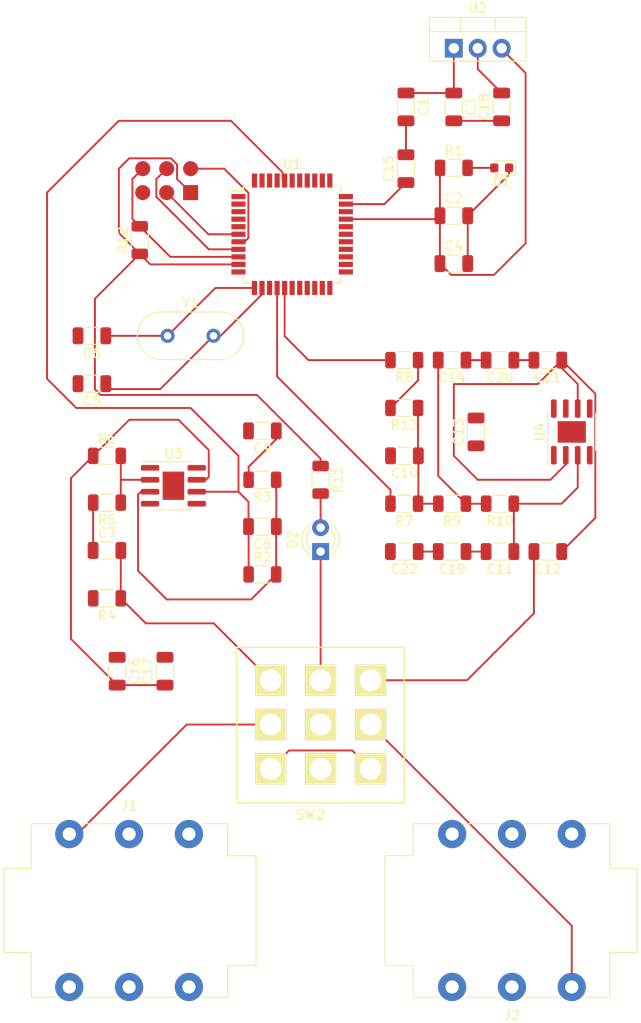
<source format=kicad_pcb>
(kicad_pcb (version 20221018) (generator pcbnew)
  (layers (0 "F.Cu" signal) (31 "B.Cu" signal) (34 "B.Paste" user) (35 "F.Paste" user) (36 "B.SilkS" user "B.Silkscreen") (37 "F.SilkS" user "F.Silkscreen") (38 "B.Mask" user) (39 "F.Mask" user) (44 "Edge.Cuts" user))
  (net 0 "")
  (net 1 "GND")
  (net 2 "Net-(D1-A)")
  (net 5 "Net-(SW2-A2)")
  (net 9 "Net-(SW2-C2)")
  (net 11 "Net-(J3-MISO)")
  (net 12 "+5V")
  (net 13 "Net-(J3-SCK)")
  (net 14 "Net-(J3-MOSI)")
  (net 15 "Net-(J3-~{RST})")
  (net 21 "Net-(U1-XTAL2)")
  (net 22 "Net-(U1-XTAL1)")
  (net 43 "Net-(SW1-B)")
  (net 44 "Net-(C7-Pad1)")
  (net 45 "Net-(SW2-A3)")
  (net 46 "FX In")
  (net 47 "Net-(U3-+)")
  (net 48 "PA0")
  (net 49 "Net-(C9-Pad1)")
  (net 50 "Net-(C10-Pad1)")
  (net 51 "Net-(U4-+)")
  (net 52 "Net-(U4--)")
  (net 53 "FX Out")
  (net 54 "Net-(C14-Pad2)")
  (net 55 "Net-(U1-AREF)")
  (net 56 "Net-(D2-K)")
  (net 57 "Net-(D2-A)")
  (net 58 "Net-(U3--)")
  (net 59 "PD1")
  (net 60 "PD2")
  (net 61 "PA1")
  (net 66 "Net-(C18-Pad1)")
  (net 67 "Net-(C11-Pad2)")
  (net 68 "Net-(C14-Pad1)")
  (net 69 "Net-(C19-Pad2)")
  (net 70 "Net-(C20-Pad1)")
  (net 71 "Net-(R13-Pad2)")
  (footprint "Resistor_SMD:R_1206_3216Metric" (layer "F.Cu") (at 29.2225 73.545 180)
    (fp_text reference "R5" (at 0 -1.82) (layer "F.SilkS"))
    (fp_text value "18K")
    (pad "1" smd roundrect (at -1.4625 0 180) (size 1.125 1.75) (layers "F.Cu" "F.Paste" "F.Mask") (roundrect_rratio 0.222222) (net 58 "Net-(U3--)"))
    (pad "2" smd roundrect (at 1.4625 0 180) (size 1.125 1.75) (layers "F.Cu" "F.Paste" "F.Mask") (roundrect_rratio 0.222222) (net 44 "Net-(C7-Pad1)"))
  )
  (footprint "Capacitor_SMD:C_1206_3216Metric" (layer "F.Cu") (at 27.62 60.92 180)
    (fp_text reference "C5" (at 0 -1.85) (layer "F.SilkS"))
    (fp_text value "22p")
    (pad "1" smd roundrect (at -1.475 0 180) (size 1.15 1.8) (layers "F.Cu" "F.Paste" "F.Mask") (roundrect_rratio 0.217391) (net 22 "Net-(U1-XTAL1)"))
    (pad "2" smd roundrect (at 1.475 0 180) (size 1.15 1.8) (layers "F.Cu" "F.Paste" "F.Mask") (roundrect_rratio 0.217391) (net 1 "GND"))
  )
  (footprint "Capacitor_SMD:C_1206_3216Metric" (layer "F.Cu") (at 29.2225 78.625)
    (fp_text reference "C7" (at 0 -1.85) (layer "F.SilkS"))
    (fp_text value "100n")
    (pad "1" smd roundrect (at -1.475 0) (size 1.15 1.8) (layers "F.Cu" "F.Paste" "F.Mask") (roundrect_rratio 0.217391) (net 44 "Net-(C7-Pad1)"))
    (pad "2" smd roundrect (at 1.475 0) (size 1.15 1.8) (layers "F.Cu" "F.Paste" "F.Mask") (roundrect_rratio 0.217391) (net 46 "FX In"))
  )
  (footprint "Capacitor_SMD:C_1206_3216Metric" (layer "F.Cu") (at 66.04 31.545 -90)
    (fp_text reference "C3" (at 0 -1.85 -270) (layer "F.SilkS"))
    (fp_text value "220n")
    (pad "1" smd roundrect (at -1.475 0 270) (size 1.15 1.8) (layers "F.Cu" "F.Paste" "F.Mask") (roundrect_rratio 0.217391) (net 43 "Net-(SW1-B)"))
    (pad "2" smd roundrect (at 1.475 0 270) (size 1.15 1.8) (layers "F.Cu" "F.Paste" "F.Mask") (roundrect_rratio 0.217391) (net 66 "Net-(C18-Pad1)"))
  )
  (footprint "Resistor_SMD:R_1206_3216Metric" (layer "F.Cu") (at 51.9 71.12 -90)
    (fp_text reference "R11" (at 0 -1.82 90) (layer "F.SilkS"))
    (fp_text value "120")
    (pad "1" smd roundrect (at -1.4625 0 270) (size 1.125 1.75) (layers "F.Cu" "F.Paste" "F.Mask") (roundrect_rratio 0.222222) (net 12 "+5V"))
    (pad "2" smd roundrect (at 1.4625 0 270) (size 1.125 1.75) (layers "F.Cu" "F.Paste" "F.Mask") (roundrect_rratio 0.222222) (net 57 "Net-(D2-A)"))
  )
  (footprint "Resistor_SMD:R_1206_3216Metric" (layer "F.Cu") (at 45.72 71.12 180)
    (fp_text reference "R3" (at 0 -1.82) (layer "F.SilkS"))
    (fp_text value "4.7K")
    (pad "1" smd roundrect (at -1.4625 0 180) (size 1.125 1.75) (layers "F.Cu" "F.Paste" "F.Mask") (roundrect_rratio 0.222222) (net 47 "Net-(U3-+)"))
    (pad "2" smd roundrect (at 1.4625 0 180) (size 1.125 1.75) (layers "F.Cu" "F.Paste" "F.Mask") (roundrect_rratio 0.222222) (net 49 "Net-(C9-Pad1)"))
  )
  (footprint "Package_TO_SOT_THT:TO-220-3_Vertical" (layer "F.Cu") (at 66.04 25.315)
    (fp_text reference "U2" (at 2.54 -4.27) (layer "F.SilkS"))
    (fp_text value "L7805")
    (pad "1" thru_hole rect (at 0 0) (size 1.905 2) (drill 1.1) (layers "*.Cu" "*.Mask") (net 43 "Net-(SW1-B)"))
    (pad "2" thru_hole oval (at 2.54 0) (size 1.905 2) (drill 1.1) (layers "*.Cu" "*.Mask") (net 1 "GND"))
    (pad "3" thru_hole oval (at 5.08 0) (size 1.905 2) (drill 1.1) (layers "*.Cu" "*.Mask") (net 12 "+5V"))
  )
  (footprint "LED_THT:LED_D3.0mm" (layer "F.Cu") (at 51.9 78.74 90)
    (fp_text reference "D2" (at 1.27 -2.96 90) (layer "F.SilkS"))
    (fp_text value "GREEN LED")
    (pad "1" thru_hole rect (at 0 0 90) (size 1.8 1.8) (drill 0.9) (layers "*.Cu" "*.Mask") (net 56 "Net-(D2-K)"))
    (pad "2" thru_hole circle (at 2.54 0 90) (size 1.8 1.8) (drill 0.9) (layers "*.Cu" "*.Mask") (net 57 "Net-(D2-A)"))
  )
  (footprint "Resistor_SMD:R_1206_3216Metric" (layer "F.Cu") (at 60.78 58.42 180)
    (fp_text reference "R8" (at 0 -1.82) (layer "F.SilkS"))
    (fp_text value "1M")
    (pad "1" smd roundrect (at -1.4625 0 180) (size 1.125 1.75) (layers "F.Cu" "F.Paste" "F.Mask") (roundrect_rratio 0.222222) (net 71 "Net-(R13-Pad2)"))
    (pad "2" smd roundrect (at 1.4625 0 180) (size 1.125 1.75) (layers "F.Cu" "F.Paste" "F.Mask") (roundrect_rratio 0.222222) (net 60 "PD2"))
  )
  (footprint "Connector_Audio:Jack_6.35mm_Neutrik_NMJ6HCD2_Horizontal" (layer "F.Cu") (at 78.56 124.955 180)
    (fp_text reference "J2" (at 6.35 -3) (layer "F.SilkS"))
    (fp_text value "NMJ6HCD2")
    (pad "R" thru_hole circle (at 6.35 0 180) (size 3 3) (drill 1.4) (layers "*.Cu" "*.Mask") (net 1 "GND"))
    (pad "RN" thru_hole circle (at 6.35 16.23 180) (size 3 3) (drill 1.4) (layers "*.Cu" "*.Mask"))
    (pad "S" thru_hole circle (at 12.7 0 180) (size 3 3) (drill 1.4) (layers "*.Cu" "*.Mask") (net 1 "GND"))
    (pad "SN" thru_hole circle (at 12.7 16.23 180) (size 3 3) (drill 1.4) (layers "*.Cu" "*.Mask"))
    (pad "T" thru_hole circle (at 0 0 180) (size 3 3) (drill 1.4) (layers "*.Cu" "*.Mask") (net 9 "Net-(SW2-C2)"))
    (pad "TN" thru_hole circle (at 0 16.23 180) (size 3 3) (drill 1.4) (layers "*.Cu" "*.Mask"))
  )
  (footprint "Capacitor_SMD:C_1206_3216Metric" (layer "F.Cu") (at 60.8 68.58 180)
    (fp_text reference "C10" (at 0 -1.85) (layer "F.SilkS"))
    (fp_text value "6.8n")
    (pad "1" smd roundrect (at -1.475 0 180) (size 1.15 1.8) (layers "F.Cu" "F.Paste" "F.Mask") (roundrect_rratio 0.217391) (net 50 "Net-(C10-Pad1)"))
    (pad "2" smd roundrect (at 1.475 0 180) (size 1.15 1.8) (layers "F.Cu" "F.Paste" "F.Mask") (roundrect_rratio 0.217391) (net 1 "GND"))
  )
  (footprint "Capacitor_SMD:C_1206_3216Metric" (layer "F.Cu") (at 60.96 31.545 -90)
    (fp_text reference "C1" (at 0 -1.85 -270) (layer "F.SilkS"))
    (fp_text value "10u")
    (pad "1" smd roundrect (at -1.475 0 270) (size 1.15 1.8) (layers "F.Cu" "F.Paste" "F.Mask") (roundrect_rratio 0.217391) (net 43 "Net-(SW1-B)"))
    (pad "2" smd roundrect (at 1.475 0 270) (size 1.15 1.8) (layers "F.Cu" "F.Paste" "F.Mask") (roundrect_rratio 0.217391) (net 1 "GND"))
  )
  (footprint "Capacitor_SMD:C_1206_3216Metric" (layer "F.Cu") (at 30.3 91.44 -90)
    (fp_text reference "C16" (at 0 -1.85 90) (layer "F.SilkS"))
    (fp_text value "100n")
    (pad "1" smd roundrect (at -1.475 0 270) (size 1.15 1.8) (layers "F.Cu" "F.Paste" "F.Mask") (roundrect_rratio 0.217391) (net 1 "GND"))
    (pad "2" smd roundrect (at 1.475 0 270) (size 1.15 1.8) (layers "F.Cu" "F.Paste" "F.Mask") (roundrect_rratio 0.217391) (net 12 "+5V"))
  )
  (footprint "Resistor_SMD:R_1206_3216Metric" (layer "F.Cu") (at 60.78 73.66 180)
    (fp_text reference "R7" (at 0 -1.82) (layer "F.SilkS"))
    (fp_text value "4.7k")
    (pad "1" smd roundrect (at -1.4625 0 180) (size 1.125 1.75) (layers "F.Cu" "F.Paste" "F.Mask") (roundrect_rratio 0.222222) (net 50 "Net-(C10-Pad1)"))
    (pad "2" smd roundrect (at 1.4625 0 180) (size 1.125 1.75) (layers "F.Cu" "F.Paste" "F.Mask") (roundrect_rratio 0.222222) (net 59 "PD1"))
  )
  (footprint "Resistor_SMD:R_1206_3216Metric" (layer "F.Cu") (at 45.72 81.165)
    (fp_text reference "R2" (at 0 -1.82) (layer "F.SilkS"))
    (fp_text value "100K")
    (pad "1" smd roundrect (at -1.4625 0) (size 1.125 1.75) (layers "F.Cu" "F.Paste" "F.Mask") (roundrect_rratio 0.222222) (net 48 "PA0"))
    (pad "2" smd roundrect (at 1.4625 0) (size 1.125 1.75) (layers "F.Cu" "F.Paste" "F.Mask") (roundrect_rratio 0.222222) (net 47 "Net-(U3-+)"))
  )
  (footprint "Crystal:Crystal_HC49-U_Vertical" (layer "F.Cu") (at 35.65 55.84)
    (fp_text reference "Y1" (at 2.44 -3.525) (layer "F.SilkS"))
    (fp_text value "Crystal 16MHz")
    (pad "1" thru_hole circle (at 0 0) (size 1.5 1.5) (drill 0.8) (layers "*.Cu" "*.Mask") (net 21 "Net-(U1-XTAL2)"))
    (pad "2" thru_hole circle (at 4.88 0) (size 1.5 1.5) (drill 0.8) (layers "*.Cu" "*.Mask") (net 22 "Net-(U1-XTAL1)"))
  )
  (footprint "LED_SMD:LED_0603_1608Metric" (layer "F.Cu") (at 71.12 38.015 180)
    (fp_text reference "D1" (at 0 -1.43) (layer "F.SilkS"))
    (fp_text value "RED")
    (pad "1" smd roundrect (at -0.7875 0 180) (size 0.875 0.95) (layers "F.Cu" "F.Paste" "F.Mask") (net 1 "GND"))
    (pad "2" smd roundrect (at 0.7875 0 180) (size 0.875 0.95) (layers "F.Cu" "F.Paste" "F.Mask") (net 2 "Net-(D1-A)"))
  )
  (footprint "Capacitor_SMD:C_1206_3216Metric" (layer "F.Cu") (at 65.86 58.42 180)
    (fp_text reference "C14" (at 0 -1.85) (layer "F.SilkS"))
    (fp_text value "2.2n")
    (pad "1" smd roundrect (at -1.475 0 180) (size 1.15 1.8) (layers "F.Cu" "F.Paste" "F.Mask") (roundrect_rratio 0.217391) (net 68 "Net-(C14-Pad1)"))
    (pad "2" smd roundrect (at 1.475 0 180) (size 1.15 1.8) (layers "F.Cu" "F.Paste" "F.Mask") (roundrect_rratio 0.217391) (net 54 "Net-(C14-Pad2)"))
  )
  (footprint "User:AVR-ISP-6" (layer "F.Cu") (at 38.1 38.1 -90)
    (fp_text reference "J3" hide)
    (fp_text value "AVR-ISP-6" hide)
    (pad "1" smd oval (at 0 0 270) (size 1.6 1.6) (layers "F.Cu" "F.Paste" "F.Mask") (net 11 "Net-(J3-MISO)"))
    (pad "2" smd rect (at 2.54 0 270) (size 1.6 1.6) (layers "F.Cu" "F.Paste" "F.Mask") (net 12 "+5V"))
    (pad "3" smd oval (at 0 2.54 270) (size 1.6 1.6) (layers "F.Cu" "F.Paste" "F.Mask") (net 13 "Net-(J3-SCK)"))
    (pad "4" smd oval (at 2.54 2.54 270) (size 1.6 1.6) (layers "F.Cu" "F.Paste" "F.Mask") (net 14 "Net-(J3-MOSI)"))
    (pad "5" smd oval (at 0 5.08 270) (size 1.6 1.6) (layers "F.Cu" "F.Paste" "F.Mask") (net 15 "Net-(J3-~{RST})"))
    (pad "6" smd oval (at 2.54 5.08 270) (size 1.6 1.6) (layers "F.Cu" "F.Paste" "F.Mask") (net 1 "GND"))
  )
  (footprint "Resistor_SMD:R_1206_3216Metric" (layer "F.Cu") (at 29.2225 83.705 180)
    (fp_text reference "R4" (at 0 -1.82) (layer "F.SilkS"))
    (fp_text value "1M")
    (pad "1" smd roundrect (at -1.4625 0 180) (size 1.125 1.75) (layers "F.Cu" "F.Paste" "F.Mask") (roundrect_rratio 0.222222) (net 46 "FX In"))
    (pad "2" smd roundrect (at 1.4625 0 180) (size 1.125 1.75) (layers "F.Cu" "F.Paste" "F.Mask") (roundrect_rratio 0.222222) (net 1 "GND"))
  )
  (footprint "Resistor_SMD:R_1206_3216Metric" (layer "F.Cu") (at 32.7 45.68 90)
    (fp_text reference "R12" (at 0 -1.82 90) (layer "F.SilkS"))
    (fp_text value "10K")
    (pad "1" smd roundrect (at -1.4625 0 90) (size 1.125 1.75) (layers "F.Cu" "F.Paste" "F.Mask") (roundrect_rratio 0.222222) (net 12 "+5V"))
    (pad "2" smd roundrect (at 1.4625 0 90) (size 1.125 1.75) (layers "F.Cu" "F.Paste" "F.Mask") (roundrect_rratio 0.222222) (net 15 "Net-(J3-~{RST})"))
  )
  (footprint "Capacitor_SMD:C_1206_3216Metric" (layer "F.Cu") (at 70.94 78.74 180)
    (fp_text reference "C11" (at 0 -1.85) (layer "F.SilkS"))
    (fp_text value "2.2n")
    (pad "1" smd roundrect (at -1.475 0 180) (size 1.15 1.8) (layers "F.Cu" "F.Paste" "F.Mask") (roundrect_rratio 0.217391) (net 51 "Net-(U4-+)"))
    (pad "2" smd roundrect (at 1.475 0 180) (size 1.15 1.8) (layers "F.Cu" "F.Paste" "F.Mask") (roundrect_rratio 0.217391) (net 67 "Net-(C11-Pad2)"))
  )
  (footprint "Capacitor_SMD:C_1206_3216Metric" (layer "F.Cu") (at 60.96 38.1 90)
    (fp_text reference "C15" (at 0 -1.85 90) (layer "F.SilkS"))
    (fp_text value "100n")
    (pad "1" smd roundrect (at -1.475 0 90) (size 1.15 1.8) (layers "F.Cu" "F.Paste" "F.Mask") (roundrect_rratio 0.217391) (net 55 "Net-(U1-AREF)"))
    (pad "2" smd roundrect (at 1.475 0 90) (size 1.15 1.8) (layers "F.Cu" "F.Paste" "F.Mask") (roundrect_rratio 0.217391) (net 1 "GND"))
  )
  (footprint "Capacitor_SMD:C_1206_3216Metric" (layer "F.Cu") (at 35.38 91.44 90)
    (fp_text reference "C17" (at 0 -1.85 90) (layer "F.SilkS"))
    (fp_text value "100n")
    (pad "1" smd roundrect (at -1.475 0 90) (size 1.15 1.8) (layers "F.Cu" "F.Paste" "F.Mask") (roundrect_rratio 0.217391) (net 12 "+5V"))
    (pad "2" smd roundrect (at 1.475 0 90) (size 1.15 1.8) (layers "F.Cu" "F.Paste" "F.Mask") (roundrect_rratio 0.217391) (net 1 "GND"))
  )
  (footprint "Capacitor_SMD:C_1206_3216Metric" (layer "F.Cu") (at 68.4 66.04 90)
    (fp_text reference "C13" (at 0 -1.85 90) (layer "F.SilkS"))
    (fp_text value "100n")
    (pad "1" smd roundrect (at -1.475 0 90) (size 1.15 1.8) (layers "F.Cu" "F.Paste" "F.Mask") (roundrect_rratio 0.217391) (net 12 "+5V"))
    (pad "2" smd roundrect (at 1.475 0 90) (size 1.15 1.8) (layers "F.Cu" "F.Paste" "F.Mask") (roundrect_rratio 0.217391) (net 1 "GND"))
  )
  (footprint "Package_SO:SOIC-8-1EP_3.9x4.9mm_P1.27mm_EP2.29x3mm" (layer "F.Cu") (at 36.2725 71.755)
    (fp_text reference "U3" (at 0 -3.4) (layer "F.SilkS"))
    (fp_text value "TL061")
    (pad "1" smd roundrect (at -2.475 -1.905) (size 1.95 0.6) (layers "F.Cu" "F.Paste" "F.Mask"))
    (pad "2" smd roundrect (at -2.475 -0.635) (size 1.95 0.6) (layers "F.Cu" "F.Paste" "F.Mask") (net 58 "Net-(U3--)"))
    (pad "3" smd roundrect (at -2.475 0.635) (size 1.95 0.6) (layers "F.Cu" "F.Paste" "F.Mask") (net 47 "Net-(U3-+)"))
    (pad "4" smd roundrect (at -2.475 1.905) (size 1.95 0.6) (layers "F.Cu" "F.Paste" "F.Mask") (net 1 "GND"))
    (pad "5" smd roundrect (at 2.475 1.905) (size 1.95 0.6) (layers "F.Cu" "F.Paste" "F.Mask"))
    (pad "6" smd roundrect (at 2.475 0.635) (size 1.95 0.6) (layers "F.Cu" "F.Paste" "F.Mask") (net 48 "PA0"))
    (pad "7" smd roundrect (at 2.475 -0.635) (size 1.95 0.6) (layers "F.Cu" "F.Paste" "F.Mask") (net 12 "+5V"))
    (pad "8" smd roundrect (at 2.475 -1.905) (size 1.95 0.6) (layers "F.Cu" "F.Paste" "F.Mask"))
    (pad "9" smd rect (at 0 0) (size 2.29 3) (layers "F.Cu" "F.Mask"))
  )
  (footprint "Capacitor_SMD:C_1206_3216Metric" (layer "F.Cu") (at 76.02 78.74 180)
    (fp_text reference "C12" (at 0 -1.85) (layer "F.SilkS"))
    (fp_text value "10n")
    (pad "1" smd roundrect (at -1.475 0 180) (size 1.15 1.8) (layers "F.Cu" "F.Paste" "F.Mask") (roundrect_rratio 0.217391) (net 52 "Net-(U4--)"))
    (pad "2" smd roundrect (at 1.475 0 180) (size 1.15 1.8) (layers "F.Cu" "F.Paste" "F.Mask") (roundrect_rratio 0.217391) (net 53 "FX Out"))
  )
  (footprint "Capacitor_SMD:C_1206_3216Metric" (layer "F.Cu") (at 45.72 76.085 180)
    (fp_text reference "C8" (at 0 -1.85) (layer "F.SilkS"))
    (fp_text value "330p")
    (pad "1" smd roundrect (at -1.475 0 180) (size 1.15 1.8) (layers "F.Cu" "F.Paste" "F.Mask") (roundrect_rratio 0.217391) (net 47 "Net-(U3-+)"))
    (pad "2" smd roundrect (at 1.475 0 180) (size 1.15 1.8) (layers "F.Cu" "F.Paste" "F.Mask") (roundrect_rratio 0.217391) (net 48 "PA0"))
  )
  (footprint "Capacitor_SMD:C_1206_3216Metric" (layer "F.Cu") (at 66.04 43.095)
    (fp_text reference "C2" (at 0 -1.85) (layer "F.SilkS"))
    (fp_text value "10u")
    (pad "1" smd roundrect (at -1.475 0) (size 1.15 1.8) (layers "F.Cu" "F.Paste" "F.Mask") (roundrect_rratio 0.217391) (net 12 "+5V"))
    (pad "2" smd roundrect (at 1.475 0) (size 1.15 1.8) (layers "F.Cu" "F.Paste" "F.Mask") (roundrect_rratio 0.217391) (net 1 "GND"))
  )
  (footprint "Package_SO:SOIC-8-1EP_3.9x4.9mm_P1.27mm_EP2.29x3mm" (layer "F.Cu") (at 78.56 66.04 90)
    (fp_text reference "U4" (at 0 -3.4 90) (layer "F.SilkS"))
    (fp_text value "TL061")
    (pad "1" smd roundrect (at -2.475 -1.905 90) (size 1.95 0.6) (layers "F.Cu" "F.Paste" "F.Mask"))
    (pad "2" smd roundrect (at -2.475 -0.635 90) (size 1.95 0.6) (layers "F.Cu" "F.Paste" "F.Mask") (net 52 "Net-(U4--)"))
    (pad "3" smd roundrect (at -2.475 0.635 90) (size 1.95 0.6) (layers "F.Cu" "F.Paste" "F.Mask") (net 51 "Net-(U4-+)"))
    (pad "4" smd roundrect (at -2.475 1.905 90) (size 1.95 0.6) (layers "F.Cu" "F.Paste" "F.Mask") (net 1 "GND"))
    (pad "5" smd roundrect (at 2.475 1.905 90) (size 1.95 0.6) (layers "F.Cu" "F.Paste" "F.Mask"))
    (pad "6" smd roundrect (at 2.475 0.635 90) (size 1.95 0.6) (layers "F.Cu" "F.Paste" "F.Mask") (net 52 "Net-(U4--)"))
    (pad "7" smd roundrect (at 2.475 -0.635 90) (size 1.95 0.6) (layers "F.Cu" "F.Paste" "F.Mask") (net 12 "+5V"))
    (pad "8" smd roundrect (at 2.475 -1.905 90) (size 1.95 0.6) (layers "F.Cu" "F.Paste" "F.Mask"))
    (pad "9" smd rect (at 0 0 90) (size 2.29 3) (layers "F.Cu" "F.Mask"))
  )
  (footprint "Capacitor_SMD:C_1206_3216Metric" (layer "F.Cu") (at 60.78 78.74 180)
    (fp_text reference "C22" (at 0 -1.85) (layer "F.SilkS"))
    (fp_text value "2.2n")
    (pad "1" smd roundrect (at -1.475 0 180) (size 1.15 1.8) (layers "F.Cu" "F.Paste" "F.Mask") (roundrect_rratio 0.217391) (net 69 "Net-(C19-Pad2)"))
    (pad "2" smd roundrect (at 1.475 0 180) (size 1.15 1.8) (layers "F.Cu" "F.Paste" "F.Mask") (roundrect_rratio 0.217391) (net 1 "GND"))
  )
  (footprint "Capacitor_SMD:C_1206_3216Metric" (layer "F.Cu") (at 45.72 65.925 180)
    (fp_text reference "C9" (at 0 -1.85) (layer "F.SilkS"))
    (fp_text value "1u")
    (pad "1" smd roundrect (at -1.475 0 180) (size 1.15 1.8) (layers "F.Cu" "F.Paste" "F.Mask") (roundrect_rratio 0.217391) (net 49 "Net-(C9-Pad1)"))
    (pad "2" smd roundrect (at 1.475 0 180) (size 1.15 1.8) (layers "F.Cu" "F.Paste" "F.Mask") (roundrect_rratio 0.217391) (net 1 "GND"))
  )
  (footprint "Resistor_SMD:R_1206_3216Metric" (layer "F.Cu") (at 29.2225 68.58)
    (fp_text reference "R6" (at 0 -1.82) (layer "F.SilkS"))
    (fp_text value "1M")
    (pad "1" smd roundrect (at -1.4625 0) (size 1.125 1.75) (layers "F.Cu" "F.Paste" "F.Mask") (roundrect_rratio 0.222222) (net 12 "+5V"))
    (pad "2" smd roundrect (at 1.4625 0) (size 1.125 1.75) (layers "F.Cu" "F.Paste" "F.Mask") (roundrect_rratio 0.222222) (net 58 "Net-(U3--)"))
  )
  (footprint "User:3PDT" (layer "F.Cu") (at 43 88.9)
    (fp_text reference "SW2" (at 7.8 17.78) (layer "F.SilkS") (effects (font (size 1.016 1.016) (thickness 0.2032))))
    (fp_text value "SWITCH_3PDT" hide)
    (pad "1" thru_hole rect (at 3.6 3.5) (size 3.302 3.302) (drill 2.299999) (layers "*.Cu" "*.Mask" "F.SilkS") (net 46 "FX In"))
    (pad "2" thru_hole rect (at 8.9 3.5) (size 3.302 3.302) (drill 2.299999) (layers "*.Cu" "*.Mask" "F.SilkS") (net 56 "Net-(D2-K)"))
    (pad "3" thru_hole rect (at 14.2 3.5) (size 3.302 3.302) (drill 2.299999) (layers "*.Cu" "*.Mask" "F.SilkS") (net 53 "FX Out"))
    (pad "4" thru_hole rect (at 3.6 8.2) (size 3.302 3.302) (drill 2.299999) (layers "*.Cu" "*.Mask" "F.SilkS") (net 5 "Net-(SW2-A2)"))
    (pad "5" thru_hole rect (at 8.9 8.2) (size 3.302 3.302) (drill 2.299999) (layers "*.Cu" "*.Mask" "F.SilkS") (net 1 "GND"))
    (pad "6" thru_hole rect (at 14.2 8.2) (size 3.302 3.302) (drill 2.299999) (layers "*.Cu" "*.Mask" "F.SilkS") (net 9 "Net-(SW2-C2)"))
    (pad "7" thru_hole rect (at 3.6 12.9) (size 3.302 3.302) (drill 2.299999) (layers "*.Cu" "*.Mask" "F.SilkS") (net 45 "Net-(SW2-A3)"))
    (pad "8" thru_hole rect (at 8.9 12.9) (size 3.302 3.302) (drill 2.299999) (layers "*.Cu" "*.Mask" "F.SilkS"))
    (pad "9" thru_hole rect (at 14.2 12.9) (size 3.302 3.302) (drill 2.299999) (layers "*.Cu" "*.Mask" "F.SilkS") (net 45 "Net-(SW2-A3)"))
  )
  (footprint "Capacitor_SMD:C_1206_3216Metric" (layer "F.Cu") (at 27.62 55.84 180)
    (fp_text reference "C6" (at 0 -1.85) (layer "F.SilkS"))
    (fp_text value "22p")
    (pad "1" smd roundrect (at -1.475 0 180) (size 1.15 1.8) (layers "F.Cu" "F.Paste" "F.Mask") (roundrect_rratio 0.217391) (net 21 "Net-(U1-XTAL2)"))
    (pad "2" smd roundrect (at 1.475 0 180) (size 1.15 1.8) (layers "F.Cu" "F.Paste" "F.Mask") (roundrect_rratio 0.217391) (net 1 "GND"))
  )
  (footprint "Resistor_SMD:R_1206_3216Metric" (layer "F.Cu") (at 70.94 73.66 180)
    (fp_text reference "R10" (at 0 -1.82) (layer "F.SilkS"))
    (fp_text value "4.7k")
    (pad "1" smd roundrect (at -1.4625 0 180) (size 1.125 1.75) (layers "F.Cu" "F.Paste" "F.Mask") (roundrect_rratio 0.222222) (net 51 "Net-(U4-+)"))
    (pad "2" smd roundrect (at 1.4625 0 180) (size 1.125 1.75) (layers "F.Cu" "F.Paste" "F.Mask") (roundrect_rratio 0.222222) (net 54 "Net-(C14-Pad2)"))
  )
  (footprint "Capacitor_SMD:C_1206_3216Metric" (layer "F.Cu") (at 71.12 31.545 90)
    (fp_text reference "C18" (at 0 -1.85 90) (layer "F.SilkS"))
    (fp_text value "100n")
    (pad "1" smd roundrect (at -1.475 0 90) (size 1.15 1.8) (layers "F.Cu" "F.Paste" "F.Mask") (roundrect_rratio 0.217391) (net 66 "Net-(C18-Pad1)"))
    (pad "2" smd roundrect (at 1.475 0 90) (size 1.15 1.8) (layers "F.Cu" "F.Paste" "F.Mask") (roundrect_rratio 0.217391) (net 1 "GND"))
  )
  (footprint "Capacitor_SMD:C_1206_3216Metric" (layer "F.Cu") (at 70.94 58.42 180)
    (fp_text reference "C20" (at 0 -1.85) (layer "F.SilkS"))
    (fp_text value "2.2n")
    (pad "1" smd roundrect (at -1.475 0 180) (size 1.15 1.8) (layers "F.Cu" "F.Paste" "F.Mask") (roundrect_rratio 0.217391) (net 70 "Net-(C20-Pad1)"))
    (pad "2" smd roundrect (at 1.475 0 180) (size 1.15 1.8) (layers "F.Cu" "F.Paste" "F.Mask") (roundrect_rratio 0.217391) (net 68 "Net-(C14-Pad1)"))
  )
  (footprint "Capacitor_SMD:C_1206_3216Metric" (layer "F.Cu") (at 65.86 78.74 180)
    (fp_text reference "C19" (at 0 -1.85) (layer "F.SilkS"))
    (fp_text value "2.2n")
    (pad "1" smd roundrect (at -1.475 0 180) (size 1.15 1.8) (layers "F.Cu" "F.Paste" "F.Mask") (roundrect_rratio 0.217391) (net 67 "Net-(C11-Pad2)"))
    (pad "2" smd roundrect (at 1.475 0 180) (size 1.15 1.8) (layers "F.Cu" "F.Paste" "F.Mask") (roundrect_rratio 0.217391) (net 69 "Net-(C19-Pad2)"))
  )
  (footprint "Resistor_SMD:R_1206_3216Metric" (layer "F.Cu") (at 65.86 73.66 180)
    (fp_text reference "R9" (at 0 -1.82) (layer "F.SilkS"))
    (fp_text value "4.7k")
    (pad "1" smd roundrect (at -1.4625 0 180) (size 1.125 1.75) (layers "F.Cu" "F.Paste" "F.Mask") (roundrect_rratio 0.222222) (net 54 "Net-(C14-Pad2)"))
    (pad "2" smd roundrect (at 1.4625 0 180) (size 1.125 1.75) (layers "F.Cu" "F.Paste" "F.Mask") (roundrect_rratio 0.222222) (net 50 "Net-(C10-Pad1)"))
  )
  (footprint "Connector_Audio:Jack_6.35mm_Neutrik_NMJ6HCD2_Horizontal" (layer "F.Cu") (at 25.22 108.725)
    (fp_text reference "J1" (at 6.35 -3) (layer "F.SilkS"))
    (fp_text value "NMJ6HCD2")
    (pad "R" thru_hole circle (at 6.35 0) (size 3 3) (drill 1.4) (layers "*.Cu" "*.Mask") (net 1 "GND"))
    (pad "RN" thru_hole circle (at 6.35 16.23) (size 3 3) (drill 1.4) (layers "*.Cu" "*.Mask"))
    (pad "S" thru_hole circle (at 12.7 0) (size 3 3) (drill 1.4) (layers "*.Cu" "*.Mask") (net 1 "GND"))
    (pad "SN" thru_hole circle (at 12.7 16.23) (size 3 3) (drill 1.4) (layers "*.Cu" "*.Mask"))
    (pad "T" thru_hole circle (at 0 0) (size 3 3) (drill 1.4) (layers "*.Cu" "*.Mask") (net 5 "Net-(SW2-A2)"))
    (pad "TN" thru_hole circle (at 0 16.23) (size 3 3) (drill 1.4) (layers "*.Cu" "*.Mask"))
  )
  (footprint "Package_QFP:TQFP-44_10x10mm_P0.8mm" (layer "F.Cu") (at 48.88 45.06)
    (fp_text reference "U1" (at 0 -7.45) (layer "F.SilkS"))
    (fp_text value "ATmega1284-P")
    (pad "1" smd rect (at -5.7 -4) (size 1.5 0.55) (layers "F.Cu" "F.Paste" "F.Mask"))
    (pad "2" smd rect (at -5.7 -3.2) (size 1.5 0.55) (layers "F.Cu" "F.Paste" "F.Mask"))
    (pad "3" smd rect (at -5.7 -2.4) (size 1.5 0.55) (layers "F.Cu" "F.Paste" "F.Mask"))
    (pad "4" smd rect (at -5.7 -1.6) (size 1.5 0.55) (layers "F.Cu" "F.Paste" "F.Mask"))
    (pad "5" smd rect (at -5.7 -0.8) (size 1.5 0.55) (layers "F.Cu" "F.Paste" "F.Mask"))
    (pad "6" smd rect (at -5.7 0) (size 1.5 0.55) (layers "F.Cu" "F.Paste" "F.Mask") (net 14 "Net-(J3-MOSI)"))
    (pad "7" smd rect (at -5.7 0.8) (size 1.5 0.55) (layers "F.Cu" "F.Paste" "F.Mask") (net 11 "Net-(J3-MISO)"))
    (pad "8" smd rect (at -5.7 1.6) (size 1.5 0.55) (layers "F.Cu" "F.Paste" "F.Mask") (net 13 "Net-(J3-SCK)"))
    (pad "9" smd rect (at -5.7 2.4) (size 1.5 0.55) (layers "F.Cu" "F.Paste" "F.Mask") (net 15 "Net-(J3-~{RST})"))
    (pad "10" smd rect (at -5.7 3.2) (size 1.5 0.55) (layers "F.Cu" "F.Paste" "F.Mask") (net 12 "+5V"))
    (pad "11" smd rect (at -5.7 4) (size 1.5 0.55) (layers "F.Cu" "F.Paste" "F.Mask") (net 1 "GND"))
    (pad "12" smd rect (at -4 5.7 90) (size 1.5 0.55) (layers "F.Cu" "F.Paste" "F.Mask") (net 21 "Net-(U1-XTAL2)"))
    (pad "13" smd rect (at -3.2 5.7 90) (size 1.5 0.55) (layers "F.Cu" "F.Paste" "F.Mask") (net 22 "Net-(U1-XTAL1)"))
    (pad "14" smd rect (at -2.4 5.7 90) (size 1.5 0.55) (layers "F.Cu" "F.Paste" "F.Mask"))
    (pad "15" smd rect (at -1.6 5.7 90) (size 1.5 0.55) (layers "F.Cu" "F.Paste" "F.Mask") (net 59 "PD1"))
    (pad "16" smd rect (at -0.8 5.7 90) (size 1.5 0.55) (layers "F.Cu" "F.Paste" "F.Mask") (net 60 "PD2"))
    (pad "17" smd rect (at 0 5.7 90) (size 1.5 0.55) (layers "F.Cu" "F.Paste" "F.Mask"))
    (pad "18" smd rect (at 0.8 5.7 90) (size 1.5 0.55) (layers "F.Cu" "F.Paste" "F.Mask"))
    (pad "19" smd rect (at 1.6 5.7 90) (size 1.5 0.55) (layers "F.Cu" "F.Paste" "F.Mask"))
    (pad "20" smd rect (at 2.4 5.7 90) (size 1.5 0.55) (layers "F.Cu" "F.Paste" "F.Mask"))
    (pad "21" smd rect (at 3.2 5.7 90) (size 1.5 0.55) (layers "F.Cu" "F.Paste" "F.Mask"))
    (pad "22" smd rect (at 4 5.7 90) (size 1.5 0.55) (layers "F.Cu" "F.Paste" "F.Mask"))
    (pad "23" smd rect (at 5.7 4) (size 1.5 0.55) (layers "F.Cu" "F.Paste" "F.Mask"))
    (pad "24" smd rect (at 5.7 3.2) (size 1.5 0.55) (layers "F.Cu" "F.Paste" "F.Mask"))
    (pad "25" smd rect (at 5.7 2.4) (size 1.5 0.55) (layers "F.Cu" "F.Paste" "F.Mask"))
    (pad "26" smd rect (at 5.7 1.6) (size 1.5 0.55) (layers "F.Cu" "F.Paste" "F.Mask"))
    (pad "27" smd rect (at 5.7 0.8) (size 1.5 0.55) (layers "F.Cu" "F.Paste" "F.Mask"))
    (pad "28" smd rect (at 5.7 0) (size 1.5 0.55) (layers "F.Cu" "F.Paste" "F.Mask"))
    (pad "29" smd rect (at 5.7 -0.8) (size 1.5 0.55) (layers "F.Cu" "F.Paste" "F.Mask"))
    (pad "30" smd rect (at 5.7 -1.6) (size 1.5 0.55) (layers "F.Cu" "F.Paste" "F.Mask") (net 12 "+5V"))
    (pad "31" smd rect (at 5.7 -2.4) (size 1.5 0.55) (layers "F.Cu" "F.Paste" "F.Mask") (net 1 "GND"))
    (pad "32" smd rect (at 5.7 -3.2) (size 1.5 0.55) (layers "F.Cu" "F.Paste" "F.Mask") (net 55 "Net-(U1-AREF)"))
    (pad "33" smd rect (at 5.7 -4) (size 1.5 0.55) (layers "F.Cu" "F.Paste" "F.Mask"))
    (pad "34" smd rect (at 4 -5.7 90) (size 1.5 0.55) (layers "F.Cu" "F.Paste" "F.Mask"))
    (pad "35" smd rect (at 3.2 -5.7 90) (size 1.5 0.55) (layers "F.Cu" "F.Paste" "F.Mask"))
    (pad "36" smd rect (at 2.4 -5.7 90) (size 1.5 0.55) (layers "F.Cu" "F.Paste" "F.Mask"))
    (pad "37" smd rect (at 1.6 -5.7 90) (size 1.5 0.55) (layers "F.Cu" "F.Paste" "F.Mask"))
    (pad "38" smd rect (at 0.8 -5.7 90) (size 1.5 0.55) (layers "F.Cu" "F.Paste" "F.Mask"))
    (pad "39" smd rect (at 0 -5.7 90) (size 1.5 0.55) (layers "F.Cu" "F.Paste" "F.Mask") (net 61 "PA1"))
    (pad "40" smd rect (at -0.8 -5.7 90) (size 1.5 0.55) (layers "F.Cu" "F.Paste" "F.Mask") (net 48 "PA0"))
    (pad "41" smd rect (at -1.6 -5.7 90) (size 1.5 0.55) (layers "F.Cu" "F.Paste" "F.Mask"))
    (pad "42" smd rect (at -2.4 -5.7 90) (size 1.5 0.55) (layers "F.Cu" "F.Paste" "F.Mask"))
    (pad "43" smd rect (at -3.2 -5.7 90) (size 1.5 0.55) (layers "F.Cu" "F.Paste" "F.Mask"))
    (pad "44" smd rect (at -4 -5.7 90) (size 1.5 0.55) (layers "F.Cu" "F.Paste" "F.Mask"))
  )
  (footprint "Resistor_SMD:R_1206_3216Metric" (layer "F.Cu") (at 66.04 38.015)
    (fp_text reference "R1" (at 0 -1.82) (layer "F.SilkS"))
    (fp_text value "330")
    (pad "1" smd roundrect (at -1.4625 0) (size 1.125 1.75) (layers "F.Cu" "F.Paste" "F.Mask") (roundrect_rratio 0.222222) (net 12 "+5V"))
    (pad "2" smd roundrect (at 1.4625 0) (size 1.125 1.75) (layers "F.Cu" "F.Paste" "F.Mask") (roundrect_rratio 0.222222) (net 2 "Net-(D1-A)"))
  )
  (footprint "Resistor_SMD:R_1206_3216Metric" (layer "F.Cu") (at 60.78 63.5 180)
    (fp_text reference "R13" (at 0 -1.82) (layer "F.SilkS"))
    (fp_text value "200k")
    (pad "1" smd roundrect (at -1.4625 0 180) (size 1.125 1.75) (layers "F.Cu" "F.Paste" "F.Mask") (roundrect_rratio 0.222222) (net 50 "Net-(C10-Pad1)"))
    (pad "2" smd roundrect (at 1.4625 0 180) (size 1.125 1.75) (layers "F.Cu" "F.Paste" "F.Mask") (roundrect_rratio 0.222222) (net 71 "Net-(R13-Pad2)"))
  )
  (footprint "Capacitor_SMD:C_1206_3216Metric" (layer "F.Cu") (at 76.02 58.42 180)
    (fp_text reference "C21" (at 0 -1.85) (layer "F.SilkS"))
    (fp_text value "2.2n")
    (pad "1" smd roundrect (at -1.475 0 180) (size 1.15 1.8) (layers "F.Cu" "F.Paste" "F.Mask") (roundrect_rratio 0.217391) (net 52 "Net-(U4--)"))
    (pad "2" smd roundrect (at 1.475 0 180) (size 1.15 1.8) (layers "F.Cu" "F.Paste" "F.Mask") (roundrect_rratio 0.217391) (net 70 "Net-(C20-Pad1)"))
  )
  (footprint "Capacitor_SMD:C_1206_3216Metric" (layer "F.Cu") (at 66.04 48.175)
    (fp_text reference "C4" (at 0 -1.85) (layer "F.SilkS"))
    (fp_text value "100n")
    (pad "1" smd roundrect (at -1.475 0) (size 1.15 1.8) (layers "F.Cu" "F.Paste" "F.Mask") (roundrect_rratio 0.217391) (net 12 "+5V"))
    (pad "2" smd roundrect (at 1.475 0) (size 1.15 1.8) (layers "F.Cu" "F.Paste" "F.Mask") (roundrect_rratio 0.217391) (net 1 "GND"))
  )
  (segment (start 67.515 43.095) (end 67.515 48.175) (width 0.2) (layer "F.Cu") (net 1))
  (segment (start 60.96 36.625) (end 60.96 33.02) (width 0.2) (layer "F.Cu") (net 1))
  (segment (start 71.9075 38.7025) (end 67.515 43.095) (width 0.2) (layer "F.Cu") (net 1))
  (segment (start 71.12 30.07) (end 68.58 27.53) (width 0.2) (layer "F.Cu") (net 1))
  (segment (start 68.58 27.53) (end 68.58 25.315) (width 0.2) (layer "F.Cu") (net 1))
  (segment (start 71.9075 38.015) (end 71.9075 38.7025) (width 0.2) (layer "F.Cu") (net 1))
  (segment (start 67.5025 38.015) (end 70.3325 38.015) (width 0.2) (layer "F.Cu") (net 2))
  (segment (start 46.6 97.1) (end 37.685 97.1) (width 0.2) (layer "F.Cu") (net 5))
  (segment (start 37.685 97.1) (end 26.06 108.725) (width 0.2) (layer "F.Cu") (net 5))
  (segment (start 26.06 108.725) (end 25.22 108.725) (width 0.2) (layer "F.Cu") (net 5))
  (segment (start 57.2 97.1) (end 78.56 118.46) (width 0.2) (layer "F.Cu") (net 9))
  (segment (start 78.56 118.46) (end 78.56 124.955) (width 0.2) (layer "F.Cu") (net 9))
  (segment (start 44.23 45.459264) (end 43.829264 45.86) (width 0.2) (layer "F.Cu") (net 11))
  (segment (start 44.23 40.660736) (end 44.23 45.459264) (width 0.2) (layer "F.Cu") (net 11))
  (segment (start 43.829264 45.86) (end 43.18 45.86) (width 0.2) (layer "F.Cu") (net 11))
  (segment (start 41.669264 38.1) (end 44.23 40.660736) (width 0.2) (layer "F.Cu") (net 11))
  (segment (start 38.1 38.1) (end 41.669264 38.1) (width 0.2) (layer "F.Cu") (net 11))
  (segment (start 38.1 40.64) (end 36.66 39.2) (width 0.2) (layer "F.Cu") (net 12))
  (segment (start 25.4 88.015) (end 30.3 92.915) (width 0.2) (layer "F.Cu") (net 12))
  (segment (start 51.9 68.877182) (end 45.142818 62.12) (width 0.2) (layer "F.Cu") (net 12))
  (segment (start 54.58 43.46) (end 64.2 43.46) (width 0.2) (layer "F.Cu") (net 12))
  (segment (start 27.94 61.517818) (end 27.94 51.9025) (width 0.2) (layer "F.Cu") (net 12))
  (segment (start 33.8175 48.26) (end 43.18 48.26) (width 0.2) (layer "F.Cu") (net 12))
  (segment (start 71.12 25.4) (end 73.66 27.94) (width 0.2) (layer "F.Cu") (net 12))
  (segment (start 73.66 27.94) (end 73.66 46.021409) (width 0.2) (layer "F.Cu") (net 12))
  (segment (start 73.66 46.021409) (end 70.306409 49.375) (width 0.2) (layer "F.Cu") (net 12))
  (segment (start 36.81 64.75) (end 40.0225 67.9625) (width 0.2) (layer "F.Cu") (net 12))
  (segment (start 30.3 92.915) (end 35.38 92.915) (width 0.2) (layer "F.Cu") (net 12))
  (segment (start 64.565 43.095) (end 64.565 38.0275) (width 0.2) (layer "F.Cu") (net 12))
  (segment (start 25.4 70.94) (end 25.4 88.015) (width 0.2) (layer "F.Cu") (net 12))
  (segment (start 64.2 43.46) (end 64.565 43.095) (width 0.2) (layer "F.Cu") (net 12))
  (segment (start 51.9 69.6575) (end 51.9 68.877182) (width 0.2) (layer "F.Cu") (net 12))
  (segment (start 32.7 47.1425) (end 33.8175 48.26) (width 0.2) (layer "F.Cu") (net 12))
  (segment (start 64.565 38.0275) (end 64.5775 38.015) (width 0.2) (layer "F.Cu") (net 12))
  (segment (start 36.66 37.651478) (end 36.008522 37) (width 0.2) (layer "F.Cu") (net 12))
  (segment (start 27.76 68.58) (end 25.4 70.94) (width 0.2) (layer "F.Cu") (net 12))
  (segment (start 70.306409 49.375) (end 65.765 49.375) (width 0.2) (layer "F.Cu") (net 12))
  (segment (start 64.565 48.175) (end 64.565 43.095) (width 0.2) (layer "F.Cu") (net 12))
  (segment (start 31.59 64.75) (end 36.81 64.75) (width 0.2) (layer "F.Cu") (net 12))
  (segment (start 28.542182 62.12) (end 27.94 61.517818) (width 0.2) (layer "F.Cu") (net 12))
  (segment (start 36.008522 37) (end 31.58 37) (width 0.2) (layer "F.Cu") (net 12))
  (segment (start 30.48 44.9225) (end 32.7 47.1425) (width 0.2) (layer "F.Cu") (net 12))
  (segment (start 45.142818 62.12) (end 28.542182 62.12) (width 0.2) (layer "F.Cu") (net 12))
  (segment (start 31.58 37) (end 30.48 38.1) (width 0.2) (layer "F.Cu") (net 12))
  (segment (start 30.48 38.1) (end 30.48 44.9225) (width 0.2) (layer "F.Cu") (net 12))
  (segment (start 71.12 25.315) (end 71.12 25.4) (width 0.2) (layer "F.Cu") (net 12))
  (segment (start 39.7225 71.12) (end 38.7475 71.12) (width 0.2) (layer "F.Cu") (net 12))
  (segment (start 36.66 39.2) (end 36.66 37.651478) (width 0.2) (layer "F.Cu") (net 12))
  (segment (start 27.94 51.9025) (end 32.7 47.1425) (width 0.2) (layer "F.Cu") (net 12))
  (segment (start 27.76 68.58) (end 31.59 64.75) (width 0.2) (layer "F.Cu") (net 12))
  (segment (start 65.765 49.375) (end 64.565 48.175) (width 0.2) (layer "F.Cu") (net 12))
  (segment (start 40.0225 67.9625) (end 40.0225 70.82) (width 0.2) (layer "F.Cu") (net 12))
  (segment (start 40.0225 70.82) (end 39.7225 71.12) (width 0.2) (layer "F.Cu") (net 12))
  (segment (start 34.46 39.2) (end 34.46 41.088522) (width 0.2) (layer "F.Cu") (net 13))
  (segment (start 35.56 38.1) (end 34.46 39.2) (width 0.2) (layer "F.Cu") (net 13))
  (segment (start 40.031478 46.66) (end 43.18 46.66) (width 0.2) (layer "F.Cu") (net 13))
  (segment (start 34.46 41.088522) (end 40.031478 46.66) (width 0.2) (layer "F.Cu") (net 13))
  (segment (start 39.98 45.06) (end 43.18 45.06) (width 0.2) (layer "F.Cu") (net 14))
  (segment (start 35.56 40.64) (end 39.98 45.06) (width 0.2) (layer "F.Cu") (net 14))
  (segment (start 31.92 43.4375) (end 32.7 44.2175) (width 0.2) (layer "F.Cu") (net 15))
  (segment (start 35.9425 47.46) (end 43.18 47.46) (width 0.2) (layer "F.Cu") (net 15))
  (segment (start 31.92 39.2) (end 31.92 43.4375) (width 0.2) (layer "F.Cu") (net 15))
  (segment (start 32.7 44.2175) (end 35.9425 47.46) (width 0.2) (layer "F.Cu") (net 15))
  (segment (start 33.02 38.1) (end 31.92 39.2) (width 0.2) (layer "F.Cu") (net 15))
  (segment (start 35.65 55.84) (end 29.095 55.84) (width 0.2) (layer "F.Cu") (net 21))
  (segment (start 35.65 55.84) (end 40.73 50.76) (width 0.2) (layer "F.Cu") (net 21))
  (segment (start 40.73 50.76) (end 44.88 50.76) (width 0.2) (layer "F.Cu") (net 21))
  (segment (start 45.68 51.44) (end 45.68 50.76) (width 0.2) (layer "F.Cu") (net 22))
  (segment (start 29.095 60.92) (end 29.67 61.495) (width 0.2) (layer "F.Cu") (net 22))
  (segment (start 40.53 55.84) (end 41.28 55.84) (width 0.2) (layer "F.Cu") (net 22))
  (segment (start 34.875 61.495) (end 40.53 55.84) (width 0.2) (layer "F.Cu") (net 22))
  (segment (start 41.28 55.84) (end 45.68 51.44) (width 0.2) (layer "F.Cu") (net 22))
  (segment (start 29.67 61.495) (end 34.875 61.495) (width 0.2) (layer "F.Cu") (net 22))
  (segment (start 60.96 30.07) (end 66.04 30.07) (width 0.2) (layer "F.Cu") (net 43))
  (segment (start 66.04 30.07) (end 66.04 25.315) (width 0.2) (layer "F.Cu") (net 43))
  (segment (start 27.7475 73.5575) (end 27.76 73.545) (width 0.2) (layer "F.Cu") (net 44))
  (segment (start 27.7475 78.625) (end 27.7475 73.5575) (width 0.2) (layer "F.Cu") (net 44))
  (segment (start 55.249 99.849) (end 57.2 101.8) (width 0.2) (layer "F.Cu") (net 45))
  (segment (start 48.551 99.849) (end 55.249 99.849) (width 0.2) (layer "F.Cu") (net 45))
  (segment (start 46.6 101.8) (end 48.551 99.849) (width 0.2) (layer "F.Cu") (net 45))
  (segment (start 33.34 86.36) (end 40.56 86.36) (width 0.2) (layer "F.Cu") (net 46))
  (segment (start 40.56 86.36) (end 46.6 92.4) (width 0.2) (layer "F.Cu") (net 46))
  (segment (start 30.685 83.705) (end 33.34 86.36) (width 0.2) (layer "F.Cu") (net 46))
  (segment (start 30.685 78.6375) (end 30.6975 78.625) (width 0.2) (layer "F.Cu") (net 46))
  (segment (start 30.685 83.705) (end 30.685 78.6375) (width 0.2) (layer "F.Cu") (net 46))
  (segment (start 47.1825 72.3) (end 47.195 72.3125) (width 0.2) (layer "F.Cu") (net 47))
  (segment (start 47.195 72.3125) (end 47.195 76.085) (width 0.2) (layer "F.Cu") (net 47))
  (segment (start 32.5225 72.69) (end 32.5225 80.7825) (width 0.2) (layer "F.Cu") (net 47))
  (segment (start 47.1825 76.0975) (end 47.195 76.085) (width 0.2) (layer "F.Cu") (net 47))
  (segment (start 33.7975 72.39) (end 32.8225 72.39) (width 0.2) (layer "F.Cu") (net 47))
  (segment (start 47.1825 81.165) (end 47.1825 76.0975) (width 0.2) (layer "F.Cu") (net 47))
  (segment (start 35.56 83.82) (end 44.5275 83.82) (width 0.2) (layer "F.Cu") (net 47))
  (segment (start 32.5225 80.7825) (end 35.56 83.82) (width 0.2) (layer "F.Cu") (net 47))
  (segment (start 32.8225 72.39) (end 32.5225 72.69) (width 0.2) (layer "F.Cu") (net 47))
  (segment (start 44.5275 83.82) (end 47.1825 81.165) (width 0.2) (layer "F.Cu") (net 47))
  (segment (start 47.1825 71.12) (end 47.1825 72.3) (width 0.2) (layer "F.Cu") (net 47))
  (segment (start 48.08 39.36) (end 47.855 39.135) (width 0.2) (layer "F.Cu") (net 48))
  (segment (start 43.18 72.39) (end 38.7475 72.39) (width 0.2) (layer "F.Cu") (net 48))
  (segment (start 22.86 40.64) (end 22.86 60.402182) (width 0.2) (layer "F.Cu") (net 48))
  (segment (start 44.2575 81.165) (end 44.2575 76.0975) (width 0.2) (layer "F.Cu") (net 48))
  (segment (start 44.245 76.085) (end 44.245 73.455) (width 0.2) (layer "F.Cu") (net 48))
  (segment (start 47.855 39.135) (end 47.855 38.485736) (width 0.2) (layer "F.Cu") (net 48))
  (segment (start 38.1 63.5) (end 43.18 68.58) (width 0.2) (layer "F.Cu") (net 48))
  (segment (start 47.855 38.485736) (end 42.389264 33.02) (width 0.2) (layer "F.Cu") (net 48))
  (segment (start 42.389264 33.02) (end 30.48 33.02) (width 0.2) (layer "F.Cu") (net 48))
  (segment (start 30.48 33.02) (end 22.86 40.64) (width 0.2) (layer "F.Cu") (net 48))
  (segment (start 43.18 68.58) (end 43.18 72.39) (width 0.2) (layer "F.Cu") (net 48))
  (segment (start 22.86 60.402182) (end 25.957818 63.5) (width 0.2) (layer "F.Cu") (net 48))
  (segment (start 25.957818 63.5) (end 38.1 63.5) (width 0.2) (layer "F.Cu") (net 48))
  (segment (start 44.2575 76.0975) (end 44.245 76.085) (width 0.2) (layer "F.Cu") (net 48))
  (segment (start 44.245 73.455) (end 43.18 72.39) (width 0.2) (layer "F.Cu") (net 48))
  (segment (start 47.195 66.81) (end 44.2575 69.7475) (width 0.2) (layer "F.Cu") (net 49))
  (segment (start 44.2575 69.7475) (end 44.2575 71.12) (width 0.2) (layer "F.Cu") (net 49))
  (segment (start 47.195 65.925) (end 47.195 66.81) (width 0.2) (layer "F.Cu") (net 49))
  (segment (start 62.2425 63.5) (end 62.2425 68.5475) (width 0.2) (layer "F.Cu") (net 50))
  (segment (start 62.2425 68.5475) (end 62.275 68.58) (width 0.2) (layer "F.Cu") (net 50))
  (segment (start 62.2425 73.66) (end 64.3975 73.66) (width 0.2) (layer "F.Cu") (net 50))
  (segment (start 62.275 73.6275) (end 62.2425 73.66) (width 0.2) (layer "F.Cu") (net 50))
  (segment (start 62.275 68.58) (end 62.275 73.6275) (width 0.2) (layer "F.Cu") (net 50))
  (segment (start 79.195 68.515) (end 79.195 71.9475) (width 0.2) (layer "F.Cu") (net 51))
  (segment (start 79.195 71.9475) (end 77.4825 73.66) (width 0.2) (layer "F.Cu") (net 51))
  (segment (start 72.415 73.6725) (end 72.4025 73.66) (width 0.2) (layer "F.Cu") (net 51))
  (segment (start 72.415 78.74) (end 72.415 73.6725) (width 0.2) (layer "F.Cu") (net 51))
  (segment (start 77.4825 73.66) (end 72.4025 73.66) (width 0.2) (layer "F.Cu") (net 51))
  (segment (start 79.195 63.565) (end 79.195 60.96) (width 0.2) (layer "F.Cu") (net 52))
  (segment (start 79.195 60.96) (end 77.495 59.26) (width 0.2) (layer "F.Cu") (net 52))
  (segment (start 77.925 68.515) (end 77.925 69.49) (width 0.2) (layer "F.Cu") (net 52))
  (segment (start 68.58 71.12) (end 66.04 68.58) (width 0.2) (layer "F.Cu") (net 52))
  (segment (start 66.04 68.58) (end 66.04 60.96) (width 0.2) (layer "F.Cu") (net 52))
  (segment (start 76.295 71.12) (end 68.58 71.12) (width 0.2) (layer "F.Cu") (net 52))
  (segment (start 81.065 61.99) (end 77.495 58.42) (width 0.2) (layer "F.Cu") (net 52))
  (segment (start 81.065 75.17) (end 81.065 61.99) (width 0.2) (layer "F.Cu") (net 52))
  (segment (start 77.495 59.26) (end 77.495 58.42) (width 0.2) (layer "F.Cu") (net 52))
  (segment (start 66.04 60.96) (end 74.955 60.96) (width 0.2) (layer "F.Cu") (net 52))
  (segment (start 77.495 78.74) (end 81.065 75.17) (width 0.2) (layer "F.Cu") (net 52))
  (segment (start 77.925 69.49) (end 76.295 71.12) (width 0.2) (layer "F.Cu") (net 52))
  (segment (start 74.955 60.96) (end 77.495 58.42) (width 0.2) (layer "F.Cu") (net 52))
  (segment (start 74.545 85.295) (end 67.44 92.4) (width 0.2) (layer "F.Cu") (net 53))
  (segment (start 74.545 78.74) (end 74.545 85.295) (width 0.2) (layer "F.Cu") (net 53))
  (segment (start 67.44 92.4) (end 57.2 92.4) (width 0.2) (layer "F.Cu") (net 53))
  (segment (start 64.385 70.7225) (end 67.3225 73.66) (width 0.2) (layer "F.Cu") (net 54))
  (segment (start 69.4775 73.66) (end 67.3225 73.66) (width 0.2) (layer "F.Cu") (net 54))
  (segment (start 64.385 58.42) (end 64.385 70.7225) (width 0.2) (layer "F.Cu") (net 54))
  (segment (start 58.675 41.86) (end 60.96 39.575) (width 0.2) (layer "F.Cu") (net 55))
  (segment (start 54.58 41.86) (end 58.675 41.86) (width 0.2) (layer "F.Cu") (net 55))
  (segment (start 51.9 78.74) (end 51.9 92.4) (width 0.2) (layer "F.Cu") (net 56))
  (segment (start 51.9 76.2) (end 51.9 72.5825) (width 0.2) (layer "F.Cu") (net 57))
  (segment (start 33.7975 71.12) (end 30.685 71.12) (width 0.2) (layer "F.Cu") (net 58))
  (segment (start 30.685 71.12) (end 30.685 73.545) (width 0.2) (layer "F.Cu") (net 58))
  (segment (start 30.685 68.58) (end 30.685 71.12) (width 0.2) (layer "F.Cu") (net 58))
  (segment (start 47.28 60.16) (end 59.3175 72.1975) (width 0.2) (layer "F.Cu") (net 59))
  (segment (start 59.3175 72.1975) (end 59.3175 73.66) (width 0.2) (layer "F.Cu") (net 59))
  (segment (start 47.28 50.76) (end 47.28 60.16) (width 0.2) (layer "F.Cu") (net 59))
  (segment (start 48.08 55.88) (end 50.62 58.42) (width 0.2) (layer "F.Cu") (net 60))
  (segment (start 50.62 58.42) (end 59.3175 58.42) (width 0.2) (layer "F.Cu") (net 60))
  (segment (start 48.08 50.76) (end 48.08 55.88) (width 0.2) (layer "F.Cu") (net 60))
  (segment (start 66.04 33.02) (end 71.12 33.02) (width 0.2) (layer "F.Cu") (net 66))
  (segment (start 67.335 78.74) (end 69.465 78.74) (width 0.2) (layer "F.Cu") (net 67))
  (segment (start 67.335 58.42) (end 69.465 58.42) (width 0.2) (layer "F.Cu") (net 68))
  (segment (start 62.255 78.74) (end 64.385 78.74) (width 0.2) (layer "F.Cu") (net 69))
  (segment (start 72.415 58.42) (end 74.545 58.42) (width 0.2) (layer "F.Cu") (net 70))
  (segment (start 62.2425 60.575) (end 59.3175 63.5) (width 0.2) (layer "F.Cu") (net 71))
  (segment (start 62.2425 58.42) (end 62.2425 60.575) (width 0.2) (layer "F.Cu") (net 71))
)
</source>
